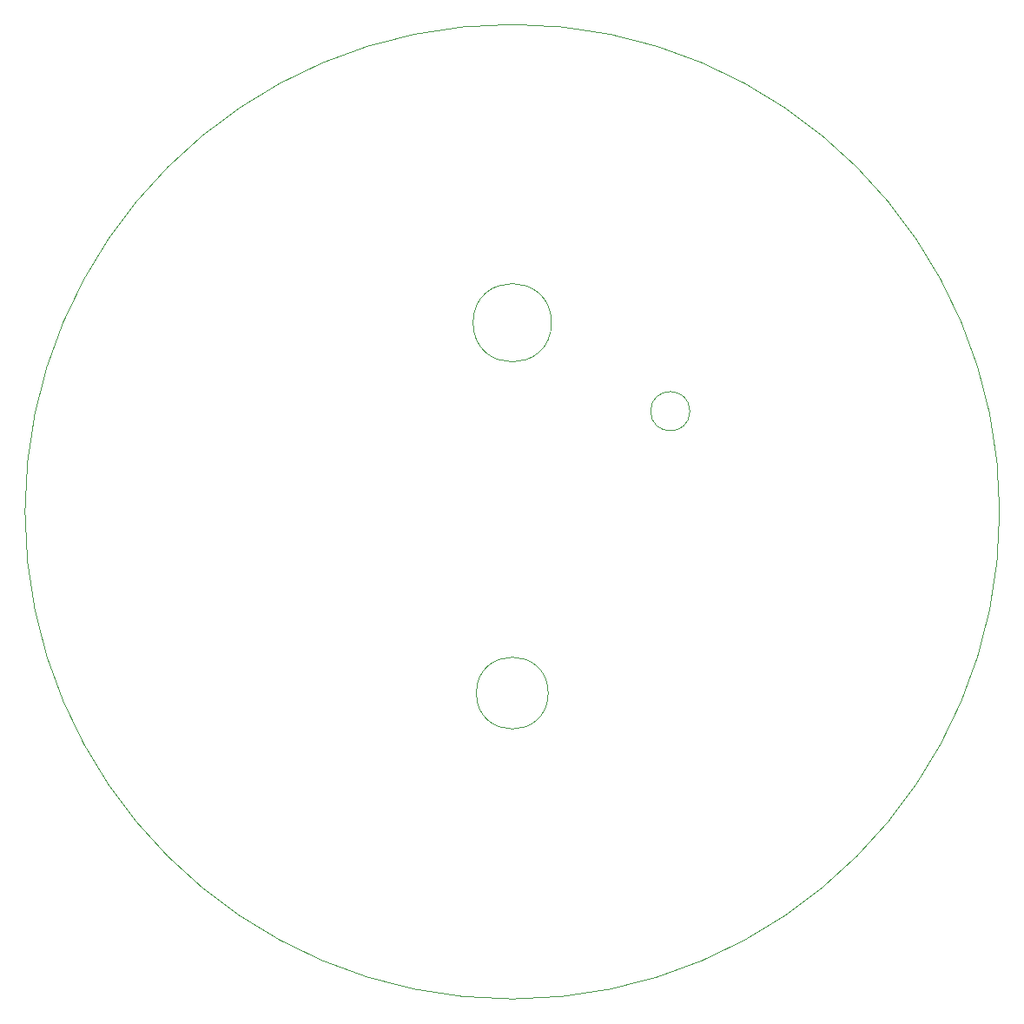
<source format=gbr>
%TF.GenerationSoftware,KiCad,Pcbnew,6.0.7*%
%TF.CreationDate,2022-12-16T09:25:35+13:00*%
%TF.ProjectId,panel,70616e65-6c2e-46b6-9963-61645f706362,rev?*%
%TF.SameCoordinates,Original*%
%TF.FileFunction,Profile,NP*%
%FSLAX46Y46*%
G04 Gerber Fmt 4.6, Leading zero omitted, Abs format (unit mm)*
G04 Created by KiCad (PCBNEW 6.0.7) date 2022-12-16 09:25:35*
%MOMM*%
%LPD*%
G01*
G04 APERTURE LIST*
%TA.AperFunction,Profile*%
%ADD10C,0.120000*%
%TD*%
G04 APERTURE END LIST*
D10*
X103500057Y-117680000D02*
G75*
G03*
X103500057Y-117680000I-3500057J0D01*
G01*
X103820995Y-81579006D02*
G75*
G03*
X103820995Y-81579006I-3820995J0D01*
G01*
X147500000Y-100000000D02*
G75*
G03*
X147500000Y-100000000I-47500000J0D01*
G01*
X117310497Y-90200000D02*
G75*
G03*
X117310497Y-90200000I-1910497J0D01*
G01*
M02*

</source>
